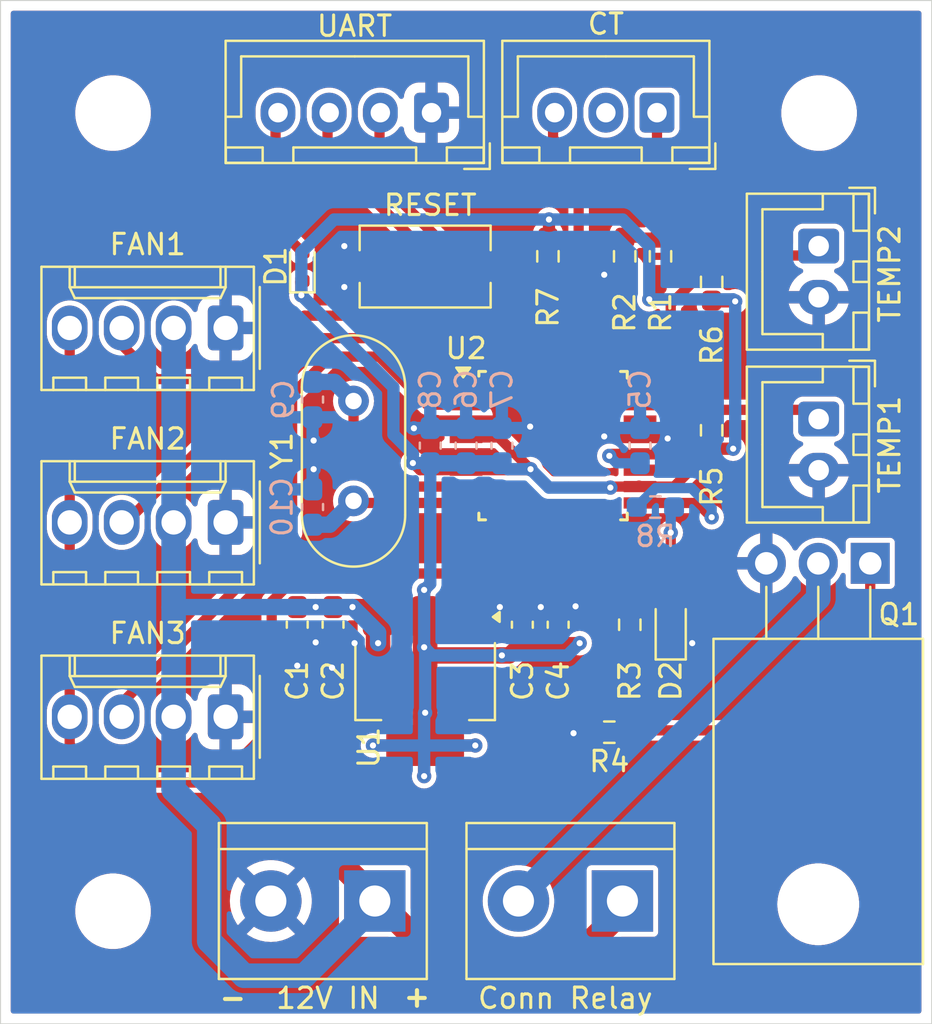
<source format=kicad_pcb>
(kicad_pcb (version 20240108) (generator "pcbnew") (generator_version "8.0")
  (layers (0 "F.Cu" signal) (31 "B.Cu" signal) (34 "B.Paste" user) (35 "F.Paste" user) (36 "B.SilkS" user "B.Silkscreen") (37 "F.SilkS" user "F.Silkscreen") (38 "B.Mask" user) (39 "F.Mask" user) (44 "Edge.Cuts" user))
  (net 0 "")
  (net 1 "+5V")
  (net 2 "GND")
  (net 3 "+12V")
  (net 4 "Net-(D1-A)")
  (net 5 "Net-(D2-A)")
  (net 6 "uC_TX")
  (net 7 "uC_RX")
  (net 8 "FAN1_FB")
  (net 9 "FAN_PWM")
  (net 10 "FAN2_FB")
  (net 11 "FAN3_FB")
  (net 12 "TEMP1")
  (net 13 "TEMP2")
  (net 14 "Net-(Q1-G)")
  (net 15 "RELAY")
  (net 16 "A7")
  (net 17 "D8")
  (net 18 "D6")
  (net 19 "A6")
  (net 20 "D10")
  (net 21 "D9")
  (net 22 "D7")
  (net 23 "A3")
  (net 24 "A5")
  (net 25 "D5")
  (net 26 "A4")
  (net 27 "CT")
  (net 28 "Net-(U2-AREF)")
  (net 29 "Net-(U2-XTAL1{slash}PB6)")
  (net 30 "Net-(U2-XTAL2{slash}PB7)")
  (net 32 "Net-(J4-Pin_1)")
  (net 33 "Net-(J9-Pin_2)")
  (net 34 "Net-(U2-~{RESET}{slash}PC6)")
  (net 35 "Net-(U2-PB5)")
  (footprint "Resistor_SMD:R_0603_1608Metric_Pad0.98x0.95mm_HandSolder" (layer "F.Cu") (at 151.75 93 -90)
    (property "Reference" "R1" (at 2.75 0 90) (layer "F.SilkS"))
    (property "Value" "4K7")
    (pad "1" smd roundrect (at -0.9125 0 270) (size 0.975 0.95) (layers "F.Cu" "F.Paste" "F.Mask") (net 32 "Net-(J4-Pin_1)"))
    (pad "2" smd roundrect (at 0.9125 0 270) (size 0.975 0.95) (layers "F.Cu" "F.Paste" "F.Mask") (net 1 "+5V"))
  )
  (footprint "Package_TO_SOT_SMD:SOT-223-3_TabPin2" (layer "F.Cu") (at 140.25 113.75 -90)
    (property "Reference" "U1" (at 3.25 2.75 90) (layer "F.SilkS"))
    (property "Value" "AMS1117-5.0")
    (pad "1" smd roundrect (at -3.15 -2.3 270) (size 2 1.5) (layers "F.Cu" "F.Paste" "F.Mask") (net 2 "GND"))
    (pad "2" smd roundrect (at -3.15 0 270) (size 2 1.5) (layers "F.Cu" "F.Paste" "F.Mask") (net 1 "+5V"))
    (pad "2" smd roundrect (at 3.15 0 270) (size 2 3.8) (layers "F.Cu" "F.Paste" "F.Mask") (net 1 "+5V"))
    (pad "3" smd roundrect (at -3.15 2.3 270) (size 2 1.5) (layers "F.Cu" "F.Paste" "F.Mask") (net 3 "+12V"))
  )
  (footprint "TerminalBlock:TerminalBlock_bornier-2_P5.08mm" (layer "F.Cu") (at 137.79 124.5 180)
    (property "Reference" "J6" (hide yes))
    (property "Value" "12V IN" (at 2.29 -4.75 0) (layer "F.SilkS"))
    (pad "1" thru_hole rect (at 0 0 180) (size 3 3) (drill 1.52) (layers "*.Cu" "*.Mask") (net 3 "+12V"))
    (pad "2" thru_hole circle (at 5.08 0 180) (size 3 3) (drill 1.52) (layers "*.Cu" "*.Mask") (net 2 "GND"))
  )
  (footprint "Capacitor_SMD:C_0603_1608Metric_Pad1.08x0.95mm_HandSolder" (layer "F.Cu") (at 134 111 -90)
    (property "Reference" "C1" (at 2.75 0 90) (layer "F.SilkS"))
    (property "Value" "1uF")
    (pad "1" smd roundrect (at -0.8625 0 270) (size 1.075 0.95) (layers "F.Cu" "F.Paste" "F.Mask") (net 3 "+12V"))
    (pad "2" smd roundrect (at 0.8625 0 270) (size 1.075 0.95) (layers "F.Cu" "F.Paste" "F.Mask") (net 2 "GND"))
  )
  (footprint "Package_QFP:TQFP-32_7x7mm_P0.8mm" (layer "F.Cu") (at 146.5 102.25)
    (property "Reference" "U2" (at -4.25 -4.75 0) (layer "F.SilkS"))
    (property "Value" "ATmega328P-A")
    (pad "1" smd rect (at -4.25 -2.8) (size 1.6 0.55) (layers "F.Cu" "F.Paste" "F.Mask") (net 10 "FAN2_FB"))
    (pad "2" smd rect (at -4.25 -2) (size 1.6 0.55) (layers "F.Cu" "F.Paste" "F.Mask") (net 11 "FAN3_FB"))
    (pad "3" smd rect (at -4.25 -1.2) (size 1.6 0.55) (layers "F.Cu" "F.Paste" "F.Mask") (net 2 "GND"))
    (pad "4" smd rect (at -4.25 -0.4) (size 1.6 0.55) (layers "F.Cu" "F.Paste" "F.Mask") (net 1 "+5V"))
    (pad "5" smd rect (at -4.25 0.4) (size 1.6 0.55) (layers "F.Cu" "F.Paste" "F.Mask") (net 2 "GND"))
    (pad "6" smd rect (at -4.25 1.2) (size 1.6 0.55) (layers "F.Cu" "F.Paste" "F.Mask") (net 1 "+5V"))
    (pad "7" smd rect (at -4.25 2) (size 1.6 0.55) (layers "F.Cu" "F.Paste" "F.Mask") (net 29 "Net-(U2-XTAL1{slash}PB6)"))
    (pad "8" smd rect (at -4.25 2.8) (size 1.6 0.55) (layers "F.Cu" "F.Paste" "F.Mask") (net 30 "Net-(U2-XTAL2{slash}PB7)"))
    (pad "9" smd rect (at -2.8 4.25 90) (size 1.6 0.55) (layers "F.Cu" "F.Paste" "F.Mask") (net 25 "D5"))
    (pad "10" smd rect (at -2 4.25 90) (size 1.6 0.55) (layers "F.Cu" "F.Paste" "F.Mask") (net 18 "D6"))
    (pad "11" smd rect (at -1.2 4.25 90) (size 1.6 0.55) (layers "F.Cu" "F.Paste" "F.Mask") (net 22 "D7"))
    (pad "12" smd rect (at -0.4 4.25 90) (size 1.6 0.55) (layers "F.Cu" "F.Paste" "F.Mask") (net 17 "D8"))
    (pad "13" smd rect (at 0.4 4.25 90) (size 1.6 0.55) (layers "F.Cu" "F.Paste" "F.Mask") (net 21 "D9"))
    (pad "14" smd rect (at 1.2 4.25 90) (size 1.6 0.55) (layers "F.Cu" "F.Paste" "F.Mask") (net 20 "D10"))
    (pad "15" smd rect (at 2 4.25 90) (size 1.6 0.55) (layers "F.Cu" "F.Paste" "F.Mask") (net 9 "FAN_PWM"))
    (pad "16" smd rect (at 2.8 4.25 90) (size 1.6 0.55) (layers "F.Cu" "F.Paste" "F.Mask") (net 15 "RELAY"))
    (pad "17" smd rect (at 4.25 2.8) (size 1.6 0.55) (layers "F.Cu" "F.Paste" "F.Mask") (net 35 "Net-(U2-PB5)"))
    (pad "18" smd rect (at 4.25 2) (size 1.6 0.55) (layers "F.Cu" "F.Paste" "F.Mask") (net 1 "+5V"))
    (pad "19" smd rect (at 4.25 1.2) (size 1.6 0.55) (layers "F.Cu" "F.Paste" "F.Mask") (net 19 "A6"))
    (pad "20" smd rect (at 4.25 0.4) (size 1.6 0.55) (layers "F.Cu" "F.Paste" "F.Mask") (net 28 "Net-(U2-AREF)"))
    (pad "21" smd rect (at 4.25 -0.4) (size 1.6 0.55) (layers "F.Cu" "F.Paste" "F.Mask") (net 2 "GND"))
    (pad "22" smd rect (at 4.25 -1.2) (size 1.6 0.55) (layers "F.Cu" "F.Paste" "F.Mask") (net 16 "A7"))
    (pad "23" smd rect (at 4.25 -2) (size 1.6 0.55) (layers "F.Cu" "F.Paste" "F.Mask") (net 12 "TEMP1"))
    (pad "24" smd rect (at 4.25 -2.8) (size 1.6 0.55) (layers "F.Cu" "F.Paste" "F.Mask") (net 13 "TEMP2"))
    (pad "25" smd rect (at 2.8 -4.25 90) (size 1.6 0.55) (layers "F.Cu" "F.Paste" "F.Mask") (net 27 "CT"))
    (pad "26" smd rect (at 2 -4.25 90) (size 1.6 0.55) (layers "F.Cu" "F.Paste" "F.Mask") (net 23 "A3"))
    (pad "27" smd rect (at 1.2 -4.25 90) (size 1.6 0.55) (layers "F.Cu" "F.Paste" "F.Mask") (net 26 "A4"))
    (pad "28" smd rect (at 0.4 -4.25 90) (size 1.6 0.55) (layers "F.Cu" "F.Paste" "F.Mask") (net 24 "A5"))
    (pad "29" smd rect (at -0.4 -4.25 90) (size 1.6 0.55) (layers "F.Cu" "F.Paste" "F.Mask") (net 34 "Net-(U2-~{RESET}{slash}PC6)"))
    (pad "30" smd rect (at -1.2 -4.25 90) (size 1.6 0.55) (layers "F.Cu" "F.Paste" "F.Mask") (net 7 "uC_RX"))
    (pad "31" smd rect (at -2 -4.25 90) (size 1.6 0.55) (layers "F.Cu" "F.Paste" "F.Mask") (net 6 "uC_TX"))
    (pad "32" smd rect (at -2.8 -4.25 90) (size 1.6 0.55) (layers "F.Cu" "F.Paste" "F.Mask") (net 8 "FAN1_FB"))
  )
  (footprint "Resistor_SMD:R_0603_1608Metric_Pad0.98x0.95mm_HandSolder" (layer "F.Cu") (at 149.25 116.25 180)
    (property "Reference" "R4" (at 0 -1.43 0) (layer "F.SilkS"))
    (property "Value" "10K")
    (pad "1" smd roundrect (at -0.9125 0 180) (size 0.975 0.95) (layers "F.Cu" "F.Paste" "F.Mask") (net 14 "Net-(Q1-G)"))
    (pad "2" smd roundrect (at 0.9125 0 180) (size 0.975 0.95) (layers "F.Cu" "F.Paste" "F.Mask") (net 2 "GND"))
  )
  (footprint "Capacitor_SMD:C_0603_1608Metric_Pad1.08x0.95mm_HandSolder" (layer "F.Cu") (at 146.75 111 90)
    (property "Reference" "C4" (at -2.75 0 90) (layer "F.SilkS"))
    (property "Value" "0.1uF")
    (pad "1" smd roundrect (at -0.8625 0 90) (size 1.075 0.95) (layers "F.Cu" "F.Paste" "F.Mask") (net 1 "+5V"))
    (pad "2" smd roundrect (at 0.8625 0 90) (size 1.075 0.95) (layers "F.Cu" "F.Paste" "F.Mask") (net 2 "GND"))
  )
  (footprint "Crystal:Crystal_HC49-U_Vertical" (layer "F.Cu") (at 136.75 104.95 90)
    (property "Reference" "Y1" (at 2.45 -3.5 90) (layer "F.SilkS"))
    (property "Value" "Crystal")
    (pad "1" thru_hole circle (at 0 0 90) (size 1.5 1.5) (drill 0.8) (layers "*.Cu" "*.Mask") (net 30 "Net-(U2-XTAL2{slash}PB7)"))
    (pad "2" thru_hole circle (at 4.88 0 90) (size 1.5 1.5) (drill 0.8) (layers "*.Cu" "*.Mask") (net 29 "Net-(U2-XTAL1{slash}PB6)"))
  )
  (footprint "Connector_Molex:Molex_KK-254_AE-6410-04A_1x04_P2.54mm_Vertical" (layer "F.Cu") (at 130.5 106 180)
    (property "Reference" "J2" (hide yes))
    (property "Value" "FAN2" (at 3.81 4.08 180) (layer "F.SilkS"))
    (pad "1" thru_hole roundrect (at 0 0 180) (size 1.74 2.19) (drill 1.19) (layers "*.Cu" "*.Mask") (roundrect_rratio 0.143678) (net 2 "GND"))
    (pad "2" thru_hole oval (at 2.54 0 180) (size 1.74 2.19) (drill 1.19) (layers "*.Cu" "*.Mask") (net 3 "+12V"))
    (pad "3" thru_hole oval (at 5.08 0 180) (size 1.74 2.19) (drill 1.19) (layers "*.Cu" "*.Mask") (net 10 "FAN2_FB"))
    (pad "4" thru_hole oval (at 7.62 0 180) (size 1.74 2.19) (drill 1.19) (layers "*.Cu" "*.Mask") (net 9 "FAN_PWM"))
  )
  (footprint "Connector_Molex:Molex_KK-254_AE-6410-04A_1x04_P2.54mm_Vertical" (layer "F.Cu") (at 130.5 115.5 180)
    (property "Reference" "J3" (hide yes))
    (property "Value" "FAN3" (at 3.81 4.08 180) (layer "F.SilkS"))
    (pad "1" thru_hole roundrect (at 0 0 180) (size 1.74 2.19) (drill 1.19) (layers "*.Cu" "*.Mask") (roundrect_rratio 0.143678) (net 2 "GND"))
    (pad "2" thru_hole oval (at 2.54 0 180) (size 1.74 2.19) (drill 1.19) (layers "*.Cu" "*.Mask") (net 3 "+12V"))
    (pad "3" thru_hole oval (at 5.08 0 180) (size 1.74 2.19) (drill 1.19) (layers "*.Cu" "*.Mask") (net 11 "FAN3_FB"))
    (pad "4" thru_hole oval (at 7.62 0 180) (size 1.74 2.19) (drill 1.19) (layers "*.Cu" "*.Mask") (net 9 "FAN_PWM"))
  )
  (footprint "Resistor_SMD:R_0603_1608Metric_Pad0.98x0.95mm_HandSolder" (layer "F.Cu") (at 154.25 94.25 90)
    (property "Reference" "R6" (at -3.0875 0 90) (layer "F.SilkS"))
    (property "Value" "1K")
    (pad "1" smd roundrect (at -0.9125 0 90) (size 0.975 0.95) (layers "F.Cu" "F.Paste" "F.Mask") (net 1 "+5V"))
    (pad "2" smd roundrect (at 0.9125 0 90) (size 0.975 0.95) (layers "F.Cu" "F.Paste" "F.Mask") (net 13 "TEMP2"))
  )
  (footprint "Capacitor_SMD:C_0603_1608Metric_Pad1.08x0.95mm_HandSolder" (layer "F.Cu") (at 145 111 90)
    (property "Reference" "C3" (at -2.75 0 90) (layer "F.SilkS"))
    (property "Value" "1uF")
    (pad "1" smd roundrect (at -0.8625 0 90) (size 1.075 0.95) (layers "F.Cu" "F.Paste" "F.Mask") (net 1 "+5V"))
    (pad "2" smd roundrect (at 0.8625 0 90) (size 1.075 0.95) (layers "F.Cu" "F.Paste" "F.Mask") (net 2 "GND"))
  )
  (footprint "Button_Switch_SMD:SW_Tactile_SPST_NO_Straight_CK_PTS636Sx25SMTRLFS" (layer "F.Cu") (at 140.25 93.5 180)
    (property "Reference" "SW1" (hide yes))
    (property "Value" "RESET" (at -0.25 3 0) (layer "F.SilkS"))
    (pad "1" smd rect (at -3.875 0 180) (size 1.25 1) (layers "F.Cu" "F.Paste" "F.Mask") (net 34 "Net-(U2-~{RESET}{slash}PC6)"))
    (pad "2" smd rect (at 3.875 0 180) (size 1.25 1) (layers "F.Cu" "F.Paste" "F.Mask") (net 2 "GND"))
  )
  (footprint "Package_TO_SOT_THT:TO-220-3_Horizontal_TabDown" (layer "F.Cu") (at 162 108 180)
    (property "Reference" "Q1" (at -1.4 -2.5 0) (layer "F.SilkS"))
    (property "Value" "IRF540N")
    (pad "" np_thru_hole oval (at 2.54 -16.66 180) (size 3.5 3.5) (drill 3.5) (layers "*.Cu" "*.Mask"))
    (pad "1" thru_hole rect (at 0 0 180) (size 1.905 2) (drill 1.1) (layers "*.Cu" "*.Mask") (net 14 "Net-(Q1-G)"))
    (pad "2" thru_hole oval (at 2.54 0 180) (size 1.905 2) (drill 1.1) (layers "*.Cu" "*.Mask") (net 33 "Net-(J9-Pin_2)"))
    (pad "3" thru_hole oval (at 5.08 0 180) (size 1.905 2) (drill 1.1) (layers "*.Cu" "*.Mask") (net 2 "GND"))
  )
  (footprint "Diode_SMD:D_SOD-523" (layer "F.Cu") (at 134.25 93.5 90)
    (property "Reference" "D1" (at 0 -1.3 90) (layer "F.SilkS"))
    (property "Value" "Safety Diode")
    (pad "1" smd roundrect (at -0.7 0 270) (size 0.6 0.7) (layers "F.Cu" "F.Paste" "F.Mask") (net 1 "+5V"))
    (pad "2" smd roundrect (at 0.7 0 270) (size 0.6 0.7) (layers "F.Cu" "F.Paste" "F.Mask") (net 4 "Net-(D1-A)"))
  )
  (footprint "Connector_JST:JST_XH_B4B-XH-A_1x04_P2.50mm_Vertical" (layer "F.Cu") (at 140.56 85.98 180)
    (property "Reference" "J5" (hide yes))
    (property "Value" "UART" (at 3.76 4.23 180) (layer "F.SilkS"))
    (pad "1" thru_hole roundrect (at 0 0 180) (size 1.7 1.95) (drill 0.95) (layers "*.Cu" "*.Mask") (roundrect_rratio 0.147059) (net 2 "GND"))
    (pad "2" thru_hole oval (at 2.5 0 180) (size 1.7 1.95) (drill 0.95) (layers "*.Cu" "*.Mask") (net 7 "uC_RX"))
    (pad "3" thru_hole oval (at 5 0 180) (size 1.7 1.95) (drill 0.95) (layers "*.Cu" "*.Mask") (net 6 "uC_TX"))
    (pad "4" thru_hole oval (at 7.5 0 180) (size 1.7 1.95) (drill 0.95) (layers "*.Cu" "*.Mask") (net 4 "Net-(D1-A)"))
  )
  (footprint "MountingHole:MountingHole_3.2mm_M3" (layer "F.Cu") (at 125 86)
    (property "Reference" "H1" (hide yes))
    (property "Value" "MountingHole")
    (pad "" np_thru_hole circle (at 0 0) (size 3.2 3.2) (drill 3.2) (layers "*.Cu" "*.Mask"))
  )
  (footprint "MountingHole:MountingHole_3.2mm_M3" (layer "F.Cu") (at 159.5 86)
    (property "Reference" "H2" (hide yes))
    (property "Value" "MountingHole")
    (pad "" np_thru_hole circle (at 0 0) (size 3.2 3.2) (drill 3.2) (layers "*.Cu" "*.Mask"))
  )
  (footprint "LED_SMD:LED_0603_1608Metric_Pad1.05x0.95mm_HandSolder" (layer "F.Cu") (at 152.25 111.0375 90)
    (property "Reference" "D2" (at -2.7125 0 90) (layer "F.SilkS"))
    (property "Value" "LED")
    (pad "1" smd roundrect (at -0.875 0 90) (size 1.05 0.95) (layers "F.Cu" "F.Paste" "F.Mask") (net 2 "GND"))
    (pad "2" smd roundrect (at 0.875 0 90) (size 1.05 0.95) (layers "F.Cu" "F.Paste" "F.Mask") (net 5 "Net-(D2-A)"))
  )
  (footprint "Resistor_SMD:R_0603_1608Metric_Pad0.98x0.95mm_HandSolder" (layer "F.Cu") (at 154.25 101.5 90)
    (property "Reference" "R5" (at -2.75 0 90) (layer "F.SilkS"))
    (property "Value" "1K")
    (pad "1" smd roundrect (at -0.9125 0 90) (size 0.975 0.95) (layers "F.Cu" "F.Paste" "F.Mask") (net 1 "+5V"))
    (pad "2" smd roundrect (at 0.9125 0 90) (size 0.975 0.95) (layers "F.Cu" "F.Paste" "F.Mask") (net 12 "TEMP1"))
  )
  (footprint "Resistor_SMD:R_0603_1608Metric_Pad0.98x0.95mm_HandSolder" (layer "F.Cu") (at 150.25 111 -90)
    (property "Reference" "R3" (at 2.75 0 90) (layer "F.SilkS"))
    (property "Value" "100")
    (pad "1" smd roundrect (at -0.9125 0 270) (size 0.975 0.95) (layers "F.Cu" "F.Paste" "F.Mask") (net 15 "RELAY"))
    (pad "2" smd roundrect (at 0.9125 0 270) (size 0.975 0.95) (layers "F.Cu" "F.Paste" "F.Mask") (net 14 "Net-(Q1-G)"))
  )
  (footprint "MountingHole:MountingHole_3.2mm_M3" (layer "F.Cu") (at 125 125)
    (property "Reference" "H3" (hide yes))
    (property "Value" "MountingHole")
    (pad "" np_thru_hole circle (at 0 0) (size 3.2 3.2) (drill 3.2) (layers "*.Cu" "*.Mask"))
  )
  (footprint "Connector_JST:JST_XH_B3B-XH-A_1x03_P2.50mm_Vertical" (layer "F.Cu") (at 151.58 85.98 180)
    (property "Reference" "J4" (hide yes))
    (property "Value" "CT" (at 2.5 4.33 180) (layer "F.SilkS"))
    (pad "1" thru_hole roundrect (at 0 0 180) (size 1.7 1.95) (drill 0.95) (layers "*.Cu" "*.Mask") (roundrect_rratio 0.147059) (net 32 "Net-(J4-Pin_1)"))
    (pad "2" thru_hole oval (at 2.5 0 180) (size 1.7 1.95) (drill 0.95) (layers "*.Cu" "*.Mask"))
    (pad "3" thru_hole oval (at 5 0 180) (size 1.7 1.95) (drill 0.95) (layers "*.Cu" "*.Mask") (net 27 "CT"))
  )
  (footprint "Connector_JST:JST_XH_B2B-XH-A_1x02_P2.50mm_Vertical" (layer "F.Cu") (at 159.48 100.95 -90)
    (property "Reference" "J7" (hide yes))
    (property "Value" "TEMP1" (at 1.25 -3.47 90) (layer "F.SilkS"))
    (pad "1" thru_hole roundrect (at 0 0 270) (size 1.7 2) (drill 1) (layers "*.Cu" "*.Mask") (roundrect_rratio 0.147059) (net 12 "TEMP1"))
    (pad "2" thru_hole oval (at 2.5 0 270) (size 1.7 2) (drill 1) (layers "*.Cu" "*.Mask") (net 2 "GND"))
  )
  (footprint "Resistor_SMD:R_0603_1608Metric_Pad0.98x0.95mm_HandSolder" (layer "F.Cu") (at 150 93 -90)
    (property "Reference" "R2" (at 2.75 0 90) (layer "F.SilkS"))
    (property "Value" "4K7")
    (pad "1" smd roundrect (at -0.9125 0 270) (size 0.975 0.95) (layers "F.Cu" "F.Paste" "F.Mask") (net 32 "Net-(J4-Pin_1)"))
    (pad "2" smd roundrect (at 0.9125 0 270) (size 0.975 0.95) (layers "F.Cu" "F.Paste" "F.Mask") (net 2 "GND"))
  )
  (footprint "Capacitor_SMD:C_0603_1608Metric_Pad1.08x0.95mm_HandSolder" (layer "F.Cu") (at 135.75 111 -90)
    (property "Reference" "C2" (at 2.75 0 90) (layer "F.SilkS"))
    (property "Value" "0.1uF")
    (pad "1" smd roundrect (at -0.8625 0 270) (size 1.075 0.95) (layers "F.Cu" "F.Paste" "F.Mask") (net 3 "+12V"))
    (pad "2" smd roundrect (at 0.8625 0 270) (size 1.075 0.95) (layers "F.Cu" "F.Paste" "F.Mask") (net 2 "GND"))
  )
  (footprint "Connector_Molex:Molex_KK-254_AE-6410-04A_1x04_P2.54mm_Vertical" (layer "F.Cu") (at 130.5 96.5 180)
    (property "Reference" "J1" (hide yes))
    (property "Value" "FAN1" (at 3.81 4.08 180) (layer "F.SilkS"))
    (pad "1" thru_hole roundrect (at 0 0 180) (size 1.74 2.19) (drill 1.19) (layers "*.Cu" "*.Mask") (roundrect_rratio 0.143678) (net 2 "GND"))
    (pad "2" thru_hole oval (at 2.54 0 180) (size 1.74 2.19) (drill 1.19) (layers "*.Cu" "*.Mask") (net 3 "+12V"))
    (pad "3" thru_hole oval (at 5.08 0 180) (size 1.74 2.19) (drill 1.19) (layers "*.Cu" "*.Mask") (net 8 "FAN1_FB"))
    (pad "4" thru_hole oval (at 7.62 0 180) (size 1.74 2.19) (drill 1.19) (layers "*.Cu" "*.Mask") (net 9 "FAN_PWM"))
  )
  (footprint "Resistor_SMD:R_0603_1608Metric_Pad0.98x0.95mm_HandSolder" (layer "F.Cu") (at 146.25 93 -90)
    (property "Reference" "R7" (at 2.5 0 90) (layer "F.SilkS"))
    (property "Value" "1K")
    (pad "1" smd roundrect (at -0.9125 0 270) (size 0.975 0.95) (layers "F.Cu" "F.Paste" "F.Mask") (net 1 "+5V"))
    (pad "2" smd roundrect (at 0.9125 0 270) (size 0.975 0.95) (layers "F.Cu" "F.Paste" "F.Mask") (net 34 "Net-(U2-~{RESET}{slash}PC6)"))
  )
  (footprint "TerminalBlock:TerminalBlock_bornier-2_P5.08mm" (layer "F.Cu") (at 149.89 124.5 180)
    (property "Reference" "J9" (hide yes))
    (property "Value" "Conn Relay" (at 2.79 -4.75 360) (layer "F.SilkS"))
    (pad "1" thru_hole rect (at 0 0 180) (size 3 3) (drill 1.52) (layers "*.Cu" "*.Mask") (net 3 "+12V"))
    (pad "2" thru_hole circle (at 5.08 0 180) (size 3 3) (drill 1.52) (layers "*.Cu" "*.Mask") (net 33 "Net-(J9-Pin_2)"))
  )
  (footprint "Connector_JST:JST_XH_B2B-XH-A_1x02_P2.50mm_Vertical" (layer "F.Cu") (at 159.48 92.5 -90)
    (property "Reference" "J8" (hide yes))
    (property "Value" "TEMP2" (at 1.35 -3.47 90) (layer "F.SilkS"))
    (pad "1" thru_hole roundrect (at 0 0 270) (size 1.7 2) (drill 1) (layers "*.Cu" "*.Mask") (roundrect_rratio 0.147059) (net 13 "TEMP2"))
    (pad "2" thru_hole oval (at 2.5 0 270) (size 1.7 2) (drill 1) (layers "*.Cu" "*.Mask") (net 2 "GND"))
  )
  (footprint "Capacitor_SMD:C_0603_1608Metric_Pad1.08x0.95mm_HandSolder" (layer "B.Cu") (at 134.75 105.25 90)
    (property "Reference" "C10" (at 0 -1.5 90) (layer "B.SilkS") (effects (justify mirror)))
    (property "Value" "22pF")
    (pad "1" smd roundrect (at -0.8625 0 90) (size 1.075 0.95) (layers "B.Cu" "B.Paste" "B.Mask") (net 30 "Net-(U2-XTAL2{slash}PB7)"))
    (pad "2" smd roundrect (at 0.8625 0 90) (size 1.075 0.95) (layers "B.Cu" "B.Paste" "B.Mask") (net 2 "GND"))
  )
  (footprint "Capacitor_SMD:C_0603_1608Metric_Pad1.08x0.95mm_HandSolder" (layer "B.Cu") (at 140.5 102.25 90)
    (property "Reference" "C8" (at 2.75 0 90) (layer "B.SilkS") (effects (justify mirror)))
    (property "Value" "1uF")
    (pad "1" smd roundrect (at -0.8625 0 90) (size 1.075 0.95) (layers "B.Cu" "B.Paste" "B.Mask") (net 1 "+5V"))
    (pad "2" smd roundrect (at 0.8625 0 90) (size 1.075 0.95) (layers "B.Cu" "B.Paste" "B.Mask") (net 2 "GND"))
  )
  (footprint "Resistor_SMD:R_0603_1608Metric_Pad0.98x0.95mm_HandSolder" (layer "B.Cu") (at 151.5 105.25)
    (property "Reference" "R8" (at 0 1.43 0) (layer "B.SilkS") (effects (justify mirror)))
    (property "Value" "330")
    (pad "1" smd roundrect (at -0.9125 0) (size 0.975 0.95) (layers "B.Cu" "B.Paste" "B.Mask") (net 35 "Net-(U2-PB5)"))
    (pad "2" smd roundrect (at 0.9125 0) (size 0.975 0.95) (layers "B.Cu" "B.Paste" "B.Mask") (net 5 "Net-(D2-A)"))
  )
  (footprint "Capacitor_SMD:C_0603_1608Metric_Pad1.08x0.95mm_HandSolder" (layer "B.Cu") (at 142.25 102.25 90)
    (property "Reference" "C6" (at 2.75 0 90) (layer "B.SilkS") (effects (justify mirror)))
    (property "Value" "0.1uF")
    (pad "1" smd roundrect (at -0.8625 0 90) (size 1.075 0.95) (layers "B.Cu" "B.Paste" "B.Mask") (net 1 "+5V"))
    (pad "2" smd roundrect (at 0.8625 0 90) (size 1.075 0.95) (layers "B.Cu" "B.Paste" "B.Mask") (net 2 "GND"))
  )
  (footprint "Capacitor_SMD:C_0603_1608Metric_Pad1.08x0.95mm_HandSolder" (layer "B.Cu") (at 150.75 102.25 90)
    (property "Reference" "C5" (at 2.75 0 90) (layer "B.SilkS") (effects (justify mirror)))
    (property "Value" "0.1uF")
    (pad "1" smd roundrect (at -0.8625 0 90) (size 1.075 0.95) (layers "B.Cu" "B.Paste" "B.Mask") (net 28 "Net-(U2-AREF)"))
    (pad "2" smd roundrect (at 0.8625 0 90) (size 1.075 0.95) (layers "B.Cu" "B.Paste" "B.Mask") (net 2 "GND"))
  )
  (footprint "Capacitor_SMD:C_0603_1608Metric_Pad1.08x0.95mm_HandSolder" (layer "B.Cu") (at 134.75 100 -90)
    (property "Reference" "C9" (at 0 1.43 90) (layer "B.SilkS") (effects (justify mirror)))
    (property "Value" "22pF")
    (pad "1" smd roundrect (at -0.8625 0 270) (size 1.075 0.95) (layers "B.Cu" "B.Paste" "B.Mask") (net 29 "Net-(U2-XTAL1{slash}PB6)"))
    (pad "2" smd roundrect (at 0.8625 0 270) (size 1.075 0.95) (layers "B.Cu" "B.Paste" "B.Mask") (net 2 "GND"))
  )
  (footprint "Capacitor_SMD:C_0603_1608Metric_Pad1.08x0.95mm_HandSolder" (layer "B.Cu") (at 144 102.25 90)
    (property "Reference" "C7" (at 2.75 0 90) (layer "B.SilkS") (effects (justify mirror)))
    (property "Value" "4.7uF")
    (pad "1" smd roundrect (at -0.8625 0 90) (size 1.075 0.95) (layers "B.Cu" "B.Paste" "B.Mask") (net 1 "+5V"))
    (pad "2" smd roundrect (at 0.8625 0 90) (size 1.075 0.95) (layers "B.Cu" "B.Paste" "B.Mask") (net 2 "GND"))
  )
  (gr_rect (start 119.5 80.5) (end 165 130.5) (stroke (width 0.05)) (fill none) (layer "Edge.Cuts"))
  (gr_text "+" (at 139.1 129.75 0) (layer "F.SilkS") (effects (font (size 1 1) (thickness 0.2) (bold yes)) (justify left bottom)))
  (gr_text "-" (at 130.1 129.8 0) (layer "F.SilkS") (effects (font (size 1 1) (thickness 0.2) (bold yes)) (justify left bottom)))
  (segment (start 140.25 115.5) (end 140.25 110.6) (width 1.2) (layer "F.Cu") (net 1))
  (segment (start 140.25 110.6) (end 140.25 111.6) (width 0.5) (layer "F.Cu") (net 1))
  (segment (start 137.7 116.9) (end 140.25 116.9) (width 0.6) (layer "F.Cu") (net 1))
  (segment (start 140 103.45) (end 139.65 103.1) (width 0.5) (layer "F.Cu") (net 1))
  (segment (start 145 111.8625) (end 144.3625 112.5) (width 0.8) (layer "F.Cu") (net 1))
  (segment (start 142.25 103.45) (end 140 103.45) (width 0.5) (layer "F.Cu") (net 1))
  (segment (start 140.25 116.9) (end 140.25 115.5) (width 1.2) (layer "F.Cu") (net 1))
  (segment (start 150.75 104.25) (end 152.4125 104.25) (width 0.5) (layer "F.Cu") (net 1))
  (segment (start 142.25 101.85) (end 143.85 101.85) (width 0.5) (layer "F.Cu") (net 1))
  (segment (start 151.75 94.55) (end 151.75 93.9125) (width 0.6) (layer "F.Cu") (net 1))
  (segment (start 146.7875 111.9) (end 146.75 111.8625) (width 0.6) (layer "F.Cu") (net 1))
  (segment (start 140.25 112.25) (end 140.25 110.6) (width 0.8) (layer "F.Cu") (net 1))
  (segment (start 146.3 91.2) (end 146.3 92.0375) (width 0.6) (layer "F.Cu") (net 1))
  (segment (start 154.2625 102.4) (end 154.25 102.4125) (width 0.6) (layer "F.Cu") (net 1))
  (segment (start 147.8 111.9) (end 146.7875 111.9) (width 0.6) (layer "F.Cu") (net 1))
  (segment (start 155.3 102.4) (end 154.2625 102.4) (width 0.6) (layer "F.Cu") (net 1))
  (segment (start 150.75 104.25) (end 147.25 104.25) (width 0.5) (layer "F.Cu") (net 1))
  (segment (start 146.3 92.0375) (end 146.25 92.0875) (width 0.6) (layer "F.Cu") (net 1))
  (segment (start 142.7 116.9) (end 140.25 116.9) (width 0.6) (layer "F.Cu") (net 1))
  (segment (start 144.3625 112.5) (end 140.5 112.5) (width 0.8) (layer "F.Cu") (net 1))
  (segment (start 151.2 95.1) (end 151.75 94.55) (width 0.6) (layer "F.Cu") (net 1))
  (segment (start 140.2 116.95) (end 140.25 116.9) (width 0.6) (layer "F.Cu") (net 1))
  (segment (start 143.85 101.85) (end 146.25 104.25) (width 0.5) (layer "F.Cu") (net 1))
  (segment (start 155.4 95.2) (end 154.2875 95.2) (width 0.6) (layer "F.Cu") (net 1))
  (segment (start 154.2875 95.2) (end 154.25 95.1625) (width 0.6) (layer "F.Cu") (net 1))
  (segment (start 145.45 103.45) (end 142.25 103.45) (width 0.5) (layer "F.Cu") (net 1))
  (segment (start 150.7 104.2) (end 150.75 104.25) (width 0.5) (layer "F.Cu") (net 1))
  (segment (start 140.2 109.3) (end 140.2 110.55) (width 0.6) (layer "F.Cu") (net 1))
  (segment (start 134.2 94.9) (end 134.2 94.25) (width 0.6) (layer "F.Cu") (net 1))
  (segment (start 152.4125 104.25) (end 154.25 102.4125) (width 0.5) (layer "F.Cu") (net 1))
  (segment (start 140.2 110.55) (end 140.25 110.6) (width 0.6) (layer "F.Cu") (net 1))
  (segment (start 146.25 104.25) (end 147.25 104.25) (width 0.5) (layer "F.Cu") (net 1))
  (segment (start 140.2 118.4) (end 140.2 116.95) (width 0.6) (layer "F.Cu") (net 1))
  (segment (start 146.25 104.25) (end 145.45 103.45) (width 0.5) (layer "F.Cu") (net 1))
  (segment (start 146.75 111.8625) (end 145 111.8625) (width 0.8) (layer "F.Cu") (net 1))
  (segment (start 134.2 94.25) (end 134.25 94.2) (width 0.6) (layer "F.Cu") (net 1))
  (segment (start 140.5 112.5) (end 140.25 112.25) (width 0.8) (layer "F.Cu") (net 1))
  (via (at 140.25 115.3) (size 0.7) (drill 0.3) (layers "F.Cu" "B.Cu") (net 1))
  (via (at 155.4 95.2) (size 0.7) (drill 0.3) (layers "F.Cu" "B.Cu") (net 1))
  (via (at 140.2 112.1) (size 0.7) (drill 0.3) (layers "F.Cu" "B.Cu") (net 1))
  (via (at 144 112.5) (size 0.7) (drill 0.3) (layers "F.Cu" "B.Cu") (net 1))
  (via (at 146.3 91.2) (size 0.7) (drill 0.3) (layers "F.Cu" "B.Cu") (net 1))
  (via (at 145.4 103.4) (size 0.7) (drill 0.3) (layers "F.Cu" "B.Cu") (net 1))
  (via (at 142.7 116.9) (size 0.7) (drill 0.3) (layers "F.Cu" "B.Cu") (net 1))
  (via (at 139.65 103.1) (size 0.7) (drill 0.3) (layers "F.Cu" "B.Cu") (net 1))
  (via (at 147.8 111.9) (size 0.7) (drill 0.3) (layers "F.Cu" "B.Cu") (net 1))
  (via (at 134.2 94.9) (size 0.7) (drill 0.3) (layers "F.Cu" "B.Cu") (net 1))
  (via (at 140.2 109.3) (size 0.7) (drill 0.3) (layers "F.Cu" "B.Cu") (net 1))
  (via (at 137.7 116.9) (size 0.7) (drill 0.3) (layers "F.Cu" "B.Cu") (net 1))
  (via (at 155.3 102.4) (size 0.7) (drill 0.3) (layers "F.Cu" "B.Cu") (net 1))
  (via (at 149.3 104.3) (size 0.7) (drill 0.3) (layers "F.Cu" "B.Cu") (net 1))
  (via (at 140.2 118.4) (size 0.7) (drill 0.3) (layers "F.Cu" "B.Cu") (net 1))
  (via (at 151.2 95.1) (size 0.7) (drill 0.3) (layers "F.Cu" "B.Cu") (net 1))
  (segment (start 140.2 115.35) (end 140.25 115.3) (width 0.6) (layer "B.Cu") (net 1))
  (segment (start 138.7 99.4) (end 134.2 94.9) (width 0.6) (layer "B.Cu") (net 1))
  (segment (start 151.2 95.1) (end 151.2 92.5) (width 0.6) (layer "B.Cu") (net 1))
  (segment (start 134.2 92.8) (end 134.2 94.9) (width 0.6) (layer "B.Cu") (net 1))
  (segment (start 155.4 95.2) (end 155.4 102.3) (width 0.6) (layer "B.Cu") (net 1))
  (segment (start 145.4 103.4) (end 144.2875 103.4) (width 0.6) (layer "B.Cu") (net 1))
  (segment (start 140.4875 103.1) (end 140.5 103.1125) (width 0.6) (layer "B.Cu") (net 1))
  (segment (start 155.4 102.3) (end 155.3 102.4) (width 0.6) (layer "B.Cu") (net 1))
  (segment (start 146.3 104.3) (end 145.4 103.4) (width 0.6) (layer "B.Cu") (net 1))
  (segment (start 135.8 91.2) (end 134.2 92.8) (width 0.6) (layer "B.Cu") (net 1))
  (segment (start 140.2 109.3) (end 140.5 109) (width 0.6) (layer "B.Cu") (net 1))
  (segment (start 151.2 95.1) (end 155.3 95.1) (width 0.6) (layer "B.Cu") (net 1))
  (segment (start 155.3 95.1) (end 155.4 95.2) (width 0.6) (layer "B.Cu") (net 1))
  (segment (start 144.2875 103.4) (end 144 103.1125) (width 0.6) (layer "B.Cu") (net 1))
  (segment (start 139.65 103.1) (end 139.65 102.65) (width 0.6) (layer "B.Cu") (net 1))
  (segment (start 139.65 103.1) (end 140.4875 103.1) (width 0.6) (layer "B.Cu") (net 1))
  (segment (start 142.7 116.9) (end 140.2 116.9) (width 0.6) (layer "B.Cu") (net 1))
  (segment (start 146.3 91.2) (end 135.8 91.2) (width 0.6) (layer "B.Cu") (net 1))
  (segment (start 140.2 118.4) (end 140.2 116.9) (width 0.6) (layer "B.Cu") (net 1))
  (segment (start 149.9 91.2) (end 146.3 91.2) (width 0.6) (layer "B.Cu") (net 1))
  (segment (start 140.25 115.3) (end 140.25 112.15) (width 0.6) (layer "B.Cu") (net 1))
  (segment (start 137.7 116.9) (end 140.2 116.9) (width 0.6) (layer "B.Cu") (net 1))
  (segment (start 149.3 104.3) (end 146.3 104.3) (width 0.6) (layer "B.Cu") (net 1))
  (segment (start 147.2 112.5) (end 147.8 111.9) (width 0.6) (layer "B.Cu") (net 1))
  (segment (start 144 112.5) (end 147.2 112.5) (width 0.6) (layer "B.Cu") (net 1))
  (segment (start 140.5 109) (end 140.5 103.1125) (width 0.6) (layer "B.Cu") (net 1))
  (segment (start 140.5 103.1125) (end 142.25 103.1125) (width 0.8) (layer "B.Cu") (net 1))
  (segment (start 140.25 112.15) (end 140.2 112.1) (width 0.6) (layer "B.Cu") (net 1))
  (segment (start 138.7 101.7) (end 138.7 99.4) (width 0.6) (layer "B.Cu") (net 1))
  (segment (start 139.65 102.65) (end 138.7 101.7) (width 0.6) (layer "B.Cu") (net 1))
  (segment (start 151.2 92.5) (end 149.9 91.2) (width 0.6) (layer "B.Cu") (net 1))
  (segment (start 140.6 112.5) (end 140.2 112.1) (width 0.6) (layer "B.Cu") (net 1))
  (segment (start 140.2 112.1) (end 140.2 109.3) (width 0.6) (layer "B.Cu") (net 1))
  (segment (start 144 103.1125) (end 142.25 103.1125) (width 0.8) (layer "B.Cu") (net 1))
  (segment (start 140.2 116.9) (end 140.2 115.35) (width 0.6) (layer "B.Cu") (net 1))
  (segment (start 144 112.5) (end 140.6 112.5) (width 0.6) (layer "B.Cu") (net 1))
  (segment (start 130.5 106) (end 130.5 106.25) (width 0.5) (layer "F.Cu") (net 2))
  (segment (start 146.75 110.1375) (end 145.9 110.1375) (width 0.8) (layer "F.Cu") (net 2))
  (segment (start 145 110.1375) (end 143.9 110.1375) (width 0.8) (layer "F.Cu") (net 2))
  (segment (start 145.9 110.1375) (end 145 110.1375) (width 0.8) (layer "F.Cu") (net 2))
  (segment (start 143.9 110.1375) (end 143.0125 110.1375) (width 0.8) (layer "F.Cu") (net 2))
  (segment (start 143.0125 110.1375) (end 142.55 110.6) (width 0.5) (layer "F.Cu") (net 2))
  (segment (start 135.75 111.8625) (end 134.9 111.8625) (width 0.5) (layer "F.Cu") (net 2))
  (segment (start 134.9 111.8625) (end 134 111.8625) (width 0.5) (layer "F.Cu") (net 2))
  (via (at 149 93.9) (size 0.7) (drill 0.3) (layers "F.Cu" "B.Cu") (net 2))
  (via (at 145.9 110.1375) (size 0.7) (drill 0.3) (layers "F.Cu" "B.Cu") (net 2))
  (via (at 134.9 111.8625) (size 0.7) (drill 0.3) (layers "F.Cu" "B.Cu") (net 2))
  (via (at 136.3 92.5) (size 0.7) (drill 0.3) (layers "F.Cu" "B.Cu") (net 2))
  (via (at 139.7 101.4) (size 0.7) (drill 0.3) (layers "F.Cu" "B.Cu") (net 2))
  (via (at 147.5 116.3) (size 0.7) (drill 0.3) (layers "F.Cu" "B.Cu") (net 2))
  (via (at 134.8 102) (size 0.7) (drill 0.3) (layers "F.Cu" "B.Cu") (net 2))
  (via (at 135.7 113.1) (size 0.7) (drill 0.3) (layers "F.Cu" "B.Cu") (net 2))
  (via (at 143.9 110.1375) (size 0.7) (drill 0.3) (layers "F.Cu" "B.Cu") (net 2))
  (via (at 153.3 111.9) (size 0.7) (drill 0.3) (layers "F.Cu" "B.Cu") (net 2))
  (via (at 134.8 103.4) (size 0.7) (drill 0.3) (layers "F.Cu" "B.Cu") (net 2))
  (via (at 152.1 101.9) (size 0.7) (drill 0.3) (layers "F.Cu" "B.Cu") (net 2))
  (via (at 149 101.8) (size 0.7) (drill 0.3) (layers "F.Cu" "B.Cu") (net 2))
  (via (at 134 113) (size 0.7) (drill 0.3) (layers "F.Cu" "B.Cu") (net 2))
  (via (at 136.8 111.9) (size 0.7) (drill 0.3) (layers "F.Cu" "B.Cu") (net 2))
  (via (at 136.3 94.5) (size 0.7) (drill 0.3) (layers "F.Cu" "B.Cu") (net 2))
  (via (at 147.6 110.1) (size 0.7) (drill 0.3) (layers "F.Cu" "B.Cu") (net 2))
  (via (at 145.380331 101.319669) (size 0.7) (drill 0.3) (layers "F.Cu" "B.Cu") (net 2))
  (segment (start 140.5 101.3875) (end 142.25 101.3875) (width 0.8) (layer "B.Cu") (net 2))
  (segment (start 142.25 101.3875) (end 144 101.3875) (width 0.8) (layer "B.Cu") (net 2))
  (segment (start 149.74 125.11) (end 149.74 124.5) (width 1.2) (layer "F.Cu") (net 3))
  (segment (start 137.95 111.9) (end 137.95 110.6) (width 1.2) (layer "F.Cu") (net 3))
  (segment (start 147.1 127.75) (end 149.74 125.11) (width 1.2) (layer "F.Cu") (net 3))
  (segment (start 135.8 122.36) (end 135.8 116.4) (width 1.2) (layer "F.Cu") (net 3))
  (segment (start 137.4875 110.1375) (end 137.95 110.6) (width 0.5) (layer "F.Cu") (net 3))
  (segment (start 135.75 110.1375) (end 136.7 110.1375) (width 0.8) (layer "F.Cu") (net 3))
  (segment (start 135.8 116.4) (end 137.95 114.25) (width 1.2) (layer "F.Cu") (net 3))
  (segment (start 141.19 127.75) (end 147.1 127.75) (width 1.2) (layer "F.Cu") (net 3))
  (segment (start 137.99 124.55) (end 135.8 122.36) (width 1.2) (layer "F.Cu") (net 3))
  (segment (start 134 110.1375) (end 134.9 110.1375) (width 0.8) (layer "F.Cu") (net 3))
  (segment (start 136.7 110.1375) (end 137.4875 110.1375) (width 0.8) (layer "F.Cu") (net 3))
  (segment (start 137.95 114.25) (end 137.95 111.9) (width 1.2) (layer "F.Cu") (net 3))
  (segment (start 137.99 124.55) (end 141.19 127.75) (width 1.2) (layer "F.Cu") (net 3))
  (segment (start 134.9 110.1375) (end 135.75 110.1375) (width 0.8) (layer "F.Cu") (net 3))
  (via (at 137.95 111.9) (size 0.7) (drill 0.3) (layers "F.Cu" "B.Cu") (net 3))
  (via (at 134.9 110.1375) (size 0.7) (drill 0.3) (layers "F.Cu" "B.Cu") (net 3))
  (via (at 136.7 110.1375) (size 0.7) (drill 0.3) (layers "F.Cu" "B.Cu") (net 3))
  (segment (start 129.7 120.8) (end 129.7 126.45) (width 1.2) (layer "B.Cu") (net 3))
  (segment (start 137.95 111.3875) (end 137.95 111.9) (width 0.8) (layer "B.Cu") (net 3))
  (segment (start 127.96 119.06) (end 129.7 120.8) (width 1.2) (layer "B.Cu") (net 3))
  (segment (start 137.95 124.55) (end 137.99 124.55) (width 1.2) (layer "B.Cu") (net 3))
  (segment (start 127.96 96.5) (end 127.96 106) (width 1.2) (layer "B.Cu") (net 3))
  (segment (start 127.96 115.5) (end 127.96 119.06) (width 1.2) (layer "B.Cu") (net 3))
  (segment (start 131.4 128.15) (end 134.35 128.15) (width 1.2) (layer "B.Cu") (net 3))
  (segment (start 134.9 110.1375) (end 127.9725 110.1375) (width 0.8) (layer "B.Cu") (net 3))
  (segment (start 127.9725 110.1375) (end 127.96 110.15) (width 0.8) (layer "B.Cu") (net 3))
  (segment (start 127.96 110.15) (end 127.96 106) (width 1.2) (layer "B.Cu") (net 3))
  (segment (start 136.7 110.1375) (end 137.95 111.3875) (width 0.8) (layer "B.Cu") (net 3))
  (segment (start 129.7 126.45) (end 131.4 128.15) (width 1.2) (layer "B.Cu") (net 3))
  (segment (start 134.35 128.15) (end 137.95 124.55) (width 1.2) (layer "B.Cu") (net 3))
  (segment (start 134.9 110.1375) (end 136.7 110.1375) (width 0.8) (layer "B.Cu") (net 3))
  (segment (start 127.96 115.5) (end 127.96 110.15) (width 1.2) (layer "B.Cu") (net 3))
  (segment (start 132.94 91.49) (end 134.25 92.8) (width 0.5) (layer "F.Cu") (net 4))
  (segment (start 132.94 85.98) (end 132.94 91.49) (width 0.5) (layer "F.Cu") (net 4))
  (segment (start 152.25 110.1625) (end 152.25 106.5) (width 0.5) (layer "F.Cu") (net 5))
  (via (at 152.25 106.5) (size 0.7) (drill 0.3) (layers "F.Cu" "B.Cu") (net 5))
  (segment (start 152.25 105.4125) (end 152.4125 105.25) (width 0.5) (layer "B.Cu") (net 5))
  (segment (start 152.25 106.5) (end 152.25 105.4125) (width 0.5) (layer "B.Cu") (net 5))
  (segment (start 144.5 97) (end 135.48 87.98) (width 0.5) (layer "F.Cu") (net 6))
  (segment (start 144.5 98) (end 144.5 97) (width 0.5) (layer "F.Cu") (net 6))
  (segment (start 135.48 87.98) (end 135.48 85.98) (width 0.5) (layer "F.Cu") (net 6))
  (segment (start 138.02 89.27) (end 145.3 96.55) (width 0.5) (layer "F.Cu") (net 7))
  (segment (start 145.3 96.55) (end 145.3 98) (width 0.5) (layer "F.Cu") (net 7))
  (segment (start 138.02 85.98) (end 138.02 89.27) (width 0.5) (layer "F.Cu") (net 7))
  (segment (start 143.7 98) (end 143.7 97.2) (width 0.5) (layer "F.Cu") (net 8))
  (segment (start 142.4 95.9) (end 134.35 95.9) (width 0.5) (layer "F.Cu") (net 8))
  (segment (start 131.25 99) (end 127.1 99) (width 0.5) (layer "F.Cu") (net 8))
  (segment (start 143.7 97.2) (end 142.4 95.9) (width 0.5) (layer "F.Cu") (net 8))
  (segment (start 127.1 99) (end 125.42 97.32) (width 0.5) (layer "F.Cu") (net 8))
  (segment (start 125.42 97.32) (end 125.42 96.5) (width 0.5) (layer "F.Cu") (net 8))
  (segment (start 134.35 95.9) (end 131.25 99) (width 0.5) (layer "F.Cu") (net 8))
  (segment (start 124.71 118.71) (end 122.88 116.88) (width 0.5) (layer "F.Cu") (net 9))
  (segment (start 122.88 115.5) (end 122.88 106) (width 0.5) (layer "F.Cu") (net 9))
  (segment (start 130.07 118.71) (end 124.71 118.71) (width 0.5) (layer "F.Cu") (net 9))
  (segment (start 122.88 116.88) (end 122.88 115.5) (width 0.5) (layer "F.Cu") (net 9))
  (segment (start 148.5 107.75) (end 147.75 108.5) (width 0.5) (layer "F.Cu") (net 9))
  (segment (start 132.75 109.871146) (end 132.75 116.03) (width 0.5) (layer "F.Cu") (net 9))
  (segment (start 122.88 106) (end 122.88 96.5) (width 0.5) (layer "F.Cu") (net 9))
  (segment (start 132.75 116.03) (end 130.07 118.71) (width 0.5) (layer "F.Cu") (net 9))
  (segment (start 147.75 108.5) (end 134.121146 108.5) (width 0.5) (layer "F.Cu") (net 9))
  (segment (start 148.5 106.5) (end 148.5 107.75) (width 0.5) (layer "F.Cu") (net 9))
  (segment (start 134.121146 108.5) (end 132.75 109.871146) (width 0.5) (layer "F.Cu") (net 9))
  (segment (start 138.4 97) (end 134.625 97) (width 0.5) (layer "F.Cu") (net 10))
  (segment (start 140.85 99.45) (end 138.4 97) (width 0.5) (layer "F.Cu") (net 10))
  (segment (start 125.625 106) (end 125.42 106) (width 0.5) (layer "F.Cu") (net 10))
  (segment (start 134.625 97) (end 125.625 106) (width 0.5) (layer "F.Cu") (net 10))
  (segment (start 142.25 99.45) (end 140.85 99.45) (width 0.5) (layer "F.Cu") (net 10))
  (segment (start 142.25 100.25) (end 140.35 100.25) (width 0.5) (layer "F.Cu") (net 11))
  (segment (start 138 97.9) (end 135.6 97.9) (width 0.5) (layer "F.Cu") (net 11))
  (segment (start 133.75 106.5) (end 125.42 114.83) (width 0.5) (layer "F.Cu") (net 11))
  (segment (start 140.35 100.25) (end 138 97.9) (width 0.5) (layer "F.Cu") (net 11))
  (segment (start 135.6 97.9) (end 133.75 99.75) (width 0.5) (layer "F.Cu") (net 11))
  (segment (start 125.42 114.83) (end 125.42 115.5) (width 0.5) (layer "F.Cu") (net 11))
  (segment (start 133.75 99.75) (end 133.75 106.5) (width 0.5) (layer "F.Cu") (net 11))
  (segment (start 154.25 100.5875) (end 153.9125 100.25) (width 0.5) (layer "F.Cu") (net 12))
  (segment (start 159.48 100.95) (end 159.03 100.5) (width 0.5) (layer "F.Cu") (net 12))
  (segment (start 153.9125 100.25) (end 150.75 100.25) (width 0.5) (layer "F.Cu") (net 12))
  (segment (start 159.03 100.5) (end 154.3375 100.5) (width 0.5) (layer "F.Cu") (net 12))
  (segment (start 154.3375 100.5) (end 154.25 100.5875) (width 0.5) (layer "F.Cu") (net 12))
  (segment (start 152.25 99.25) (end 152.05 99.45) (width 0.5) (layer "F.Cu") (net 13))
  (segment (start 154.25 93.3375) (end 152.25 95.3375) (width 0.5) (layer "F.Cu") (net 13))
  (segment (start 159.02 92.96) (end 154.6275 92.96) (width 0.5) (layer "F.Cu") (net 13))
  (segment (start 152.05 99.45) (end 150.75 99.45) (width 0.5) (layer "F.Cu") (net 13))
  (segment (start 159.48 92.5) (end 159.02 92.96) (width 0.5) (layer "F.Cu") (net 13))
  (segment (start 152.25 95.3375) (end 152.25 99.25) (width 0.5) (layer "F.Cu") (net 13))
  (segment (start 154.6275 92.96) (end 154.25 93.3375) (width 0.5) (layer "F.Cu") (net 13))
  (segment (start 159.3375 116.1625) (end 162 113.5) (width 0.5) (layer "F.Cu") (net 14))
  (segment (start 150.25 116.1625) (end 159.3375 116.1625) (width 0.5) (layer "F.Cu") (net 14))
  (segment (start 150.25 111.9125) (end 150.25 116.1625) (width 0.5) (layer "F.Cu") (net 14))
  (segment (start 150.1625 116.25) (end 150.25 116.1625) (width 0.5) (layer "F.Cu") (net 14))
  (segment (start 162 113.5) (end 162 108) (width 0.5) (layer "F.Cu") (net 14))
  (segment (start 149.3 109.1375) (end 150.25 110.0875) (width 0.5) (layer "F.Cu") (net 15))
  (segment (start 149.3 106.5) (end 149.3 109.1375) (width 0.5) (layer "F.Cu") (net 15))
  (segment (start 147.75 94.75) (end 147.75 88.5) (width 0.5) (layer "F.Cu") (net 27))
  (segment (start 147.75 88.5) (end 146.5 87.25) (width 0.5) (layer "F.Cu") (net 27))
  (segment (start 146.5 87.25) (end 146.5 85.98) (width 0.5) (layer "F.Cu") (net 27))
  (segment (start 149.3 98) (end 149.3 96.3) (width 0.5) (layer "F.Cu") (net 27))
  (segment (start 149.3 96.3) (end 147.75 94.75) (width 0.5) (layer "F.Cu") (net 27))
  (segment (start 150.75 102.65) (end 149.35 102.65) (width 0.5) (layer "F.Cu") (net 28))
  (segment (start 149.35 102.65) (end 149.25 102.75) (width 0.5) (layer "F.Cu") (net 28))
  (via (at 149.25 102.75) (size 0.7) (drill 0.3) (layers "F.Cu" "B.Cu") (net 28))
  (segment (start 149.6125 103.1125) (end 149.25 102.75) (width 0.5) (layer "B.Cu") (net 28))
  (segment (start 150.75 103.1125) (end 149.6125 103.1125) (width 0.5) (layer "B.Cu") (net 28))
  (segment (start 136.75 102.1) (end 136.75 100.07) (width 0.5) (layer "F.Cu") (net 29))
  (segment (start 142.25 104.25) (end 138.9 104.25) (width 0.5) (layer "F.Cu") (net 29))
  (segment (start 138.9 104.25) (end 136.75 102.1) (width 0.5) (layer "F.Cu") (net 29))
  (segment (start 134.75 99.1375) (end 135.8175 99.1375) (width 0.8) (layer "B.Cu") (net 29))
  (segment (start 135.8175 99.1375) (end 136.75 100.07) (width 0.8) (layer "B.Cu") (net 29))
  (segment (start 136.85 105.05) (end 136.75 104.95) (width 0.5) (layer "F.Cu") (net 30))
  (segment (start 142.25 105.05) (end 136.85 105.05) (width 0.5) (layer "F.Cu") (net 30))
  (segment (start 135.5875 106.1125) (end 136.75 104.95) (width 0.8) (layer "B.Cu") (net 30))
  (segment (start 134.75 106.1125) (end 135.5875 106.1125) (width 0.8) (layer "B.Cu") (net 30))
  (segment (start 151.58 91.9175) (end 151.75 92.0875) (width 0.5) (layer "F.Cu") (net 32))
  (segment (start 150 92.0875) (end 151.75 92.0875) (width 0.5) (layer "F.Cu") (net 32))
  (segment (start 151.58 85.98) (end 151.58 91.9175) (width 0.5) (layer "F.Cu") (net 32))
  (segment (start 159.46 109.7) (end 159.46 108) (width 1.2) (layer "B.Cu") (net 33))
  (segment (start 144.66 124.5) (end 159.46 109.7) (width 1.2) (layer "B.Cu") (net 33))
  (segment (start 146.1 98) (end 146.1 94.0625) (width 0.5) (layer "F.Cu") (net 34))
  (segment (start 145.8375 93.5) (end 146.25 93.9125) (width 0.5) (layer "F.Cu") (net 34))
  (segment (start 146.1 94.0625) (end 146.25 93.9125) (width 0.5) (layer "F.Cu") (net 34))
  (segment (start 144.125 93.5) (end 145.8375 93.5) (width 0.5) (layer "F.Cu") (net 34))
  (segment (start 153.55 105.05) (end 150.75 105.05) (width 0.5) (layer "F.Cu") (net 35))
  (segment (start 154.25 105.75) (end 153.55 105.05) (width 0.5) (layer "F.Cu") (net 35))
  (via (at 154.25 105.75) (size 0.7) (drill 0.3) (layers "F.Cu" "B.Cu") (net 35))
  (segment (start 153.264427 104.325) (end 151.5125 104.325) (width 0.5) (layer "B.Cu") (net 35))
  (segment (start 154.25 105.310573) (end 153.264427 104.325) (width 0.5) (layer "B.Cu") (net 35))
  (segment (start 154.25 105.75) (end 154.25 105.310573) (width 0.5) (layer "B.Cu") (net 35))
  (segment (start 151.5125 104.325) (end 150.5875 105.25) (width 0.5) (layer "B.Cu") (net 35))
  (zone (net 2) (net_name "GND") (layers "F&B.Cu") (connect_pads (clearance 0.25)) (min_thickness 0.25) (fill yes (thermal_gap 0.5) (thermal_bridge_width 0.6))
    (polygon (pts (xy 119.5 80.5) (xy 165 80.5) (xy 165 130.5) (xy 119.5 130.5)))
  )
)
</source>
